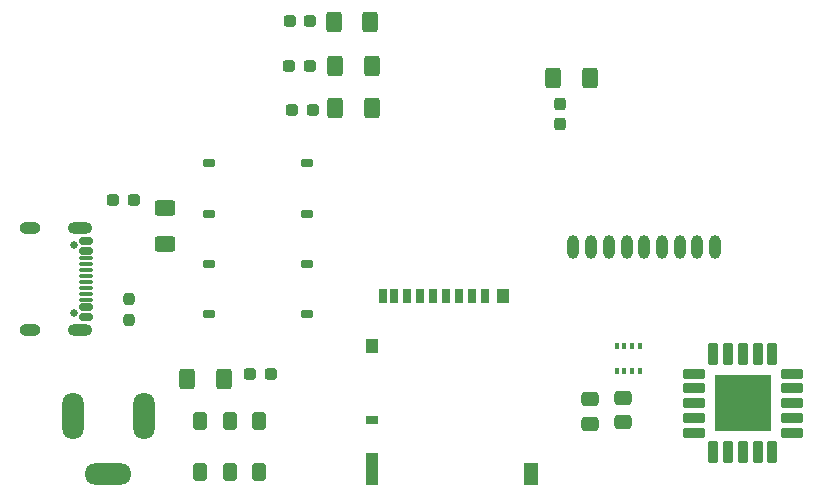
<source format=gts>
%TF.GenerationSoftware,KiCad,Pcbnew,8.0.6*%
%TF.CreationDate,2024-11-09T23:45:23+09:00*%
%TF.ProjectId,PCB,5043422e-6b69-4636-9164-5f7063625858,rev?*%
%TF.SameCoordinates,Original*%
%TF.FileFunction,Soldermask,Top*%
%TF.FilePolarity,Negative*%
%FSLAX46Y46*%
G04 Gerber Fmt 4.6, Leading zero omitted, Abs format (unit mm)*
G04 Created by KiCad (PCBNEW 8.0.6) date 2024-11-09 23:45:23*
%MOMM*%
%LPD*%
G01*
G04 APERTURE LIST*
G04 Aperture macros list*
%AMRoundRect*
0 Rectangle with rounded corners*
0 $1 Rounding radius*
0 $2 $3 $4 $5 $6 $7 $8 $9 X,Y pos of 4 corners*
0 Add a 4 corners polygon primitive as box body*
4,1,4,$2,$3,$4,$5,$6,$7,$8,$9,$2,$3,0*
0 Add four circle primitives for the rounded corners*
1,1,$1+$1,$2,$3*
1,1,$1+$1,$4,$5*
1,1,$1+$1,$6,$7*
1,1,$1+$1,$8,$9*
0 Add four rect primitives between the rounded corners*
20,1,$1+$1,$2,$3,$4,$5,0*
20,1,$1+$1,$4,$5,$6,$7,0*
20,1,$1+$1,$6,$7,$8,$9,0*
20,1,$1+$1,$8,$9,$2,$3,0*%
G04 Aperture macros list end*
%ADD10RoundRect,0.300000X0.300000X0.450000X-0.300000X0.450000X-0.300000X-0.450000X0.300000X-0.450000X0*%
%ADD11RoundRect,0.250000X0.400000X0.625000X-0.400000X0.625000X-0.400000X-0.625000X0.400000X-0.625000X0*%
%ADD12RoundRect,0.250000X-0.400000X-0.625000X0.400000X-0.625000X0.400000X0.625000X-0.400000X0.625000X0*%
%ADD13RoundRect,0.212500X0.737500X0.212500X-0.737500X0.212500X-0.737500X-0.212500X0.737500X-0.212500X0*%
%ADD14RoundRect,0.212500X0.212500X0.737500X-0.212500X0.737500X-0.212500X-0.737500X0.212500X-0.737500X0*%
%ADD15R,4.800000X4.800000*%
%ADD16O,1.000000X2.000000*%
%ADD17RoundRect,0.250000X-0.475000X0.337500X-0.475000X-0.337500X0.475000X-0.337500X0.475000X0.337500X0*%
%ADD18RoundRect,0.237500X-0.287500X-0.237500X0.287500X-0.237500X0.287500X0.237500X-0.287500X0.237500X0*%
%ADD19RoundRect,0.162500X-0.362500X-0.162500X0.362500X-0.162500X0.362500X0.162500X-0.362500X0.162500X0*%
%ADD20RoundRect,0.237500X0.287500X0.237500X-0.287500X0.237500X-0.287500X-0.237500X0.287500X-0.237500X0*%
%ADD21R,0.700000X1.200000*%
%ADD22R,1.000000X0.800000*%
%ADD23R,1.000000X1.200000*%
%ADD24R,1.000000X2.800000*%
%ADD25R,1.300000X1.900000*%
%ADD26RoundRect,0.250000X-0.625000X0.400000X-0.625000X-0.400000X0.625000X-0.400000X0.625000X0.400000X0*%
%ADD27RoundRect,0.237500X-0.237500X0.250000X-0.237500X-0.250000X0.237500X-0.250000X0.237500X0.250000X0*%
%ADD28O,1.800000X4.000000*%
%ADD29O,4.000000X1.800000*%
%ADD30RoundRect,0.237500X-0.237500X0.300000X-0.237500X-0.300000X0.237500X-0.300000X0.237500X0.300000X0*%
%ADD31R,0.350000X0.500000*%
%ADD32C,0.650000*%
%ADD33RoundRect,0.150000X-0.425000X0.150000X-0.425000X-0.150000X0.425000X-0.150000X0.425000X0.150000X0*%
%ADD34RoundRect,0.075000X-0.500000X0.075000X-0.500000X-0.075000X0.500000X-0.075000X0.500000X0.075000X0*%
%ADD35O,2.100000X1.000000*%
%ADD36O,1.800000X1.000000*%
G04 APERTURE END LIST*
D10*
%TO.C,SW1*%
X113000000Y-111800000D03*
X110500000Y-111800000D03*
X108000000Y-111800000D03*
X108000000Y-107500000D03*
X110500000Y-107500000D03*
X113000000Y-107500000D03*
%TD*%
D11*
%TO.C,R4*%
X110000000Y-104000000D03*
X106900000Y-104000000D03*
%TD*%
D12*
%TO.C,R14*%
X119300000Y-73700000D03*
X122400000Y-73700000D03*
%TD*%
D13*
%TO.C,U1*%
X158100000Y-108500000D03*
X158100000Y-107250000D03*
X158100000Y-106000000D03*
X158100000Y-104750000D03*
X158100000Y-103500000D03*
D14*
X156450000Y-101850000D03*
X155200000Y-101850000D03*
X153950000Y-101850000D03*
X152700000Y-101850000D03*
X151450000Y-101850000D03*
D13*
X149800000Y-103500000D03*
X149800000Y-104750000D03*
X149800000Y-106000000D03*
X149800000Y-107250000D03*
X149800000Y-108500000D03*
D14*
X151450000Y-110150000D03*
X152700000Y-110150000D03*
X153950000Y-110150000D03*
X155200000Y-110150000D03*
X156450000Y-110150000D03*
D15*
X153950000Y-106000000D03*
%TD*%
D16*
%TO.C,U6*%
X139600000Y-92775000D03*
X141100000Y-92775000D03*
X142600000Y-92775000D03*
X144100000Y-92775000D03*
X145600000Y-92775000D03*
X147100000Y-92775000D03*
X148600000Y-92775000D03*
X150100000Y-92775000D03*
X151600000Y-92775000D03*
%TD*%
D17*
%TO.C,C12*%
X141000000Y-105662500D03*
X141000000Y-107737500D03*
%TD*%
%TO.C,C11*%
X143800000Y-105562500D03*
X143800000Y-107637500D03*
%TD*%
D12*
%TO.C,R13*%
X119450000Y-81000000D03*
X122550000Y-81000000D03*
%TD*%
D18*
%TO.C,D6*%
X115525000Y-77500000D03*
X117275000Y-77500000D03*
%TD*%
D19*
%TO.C,SW2*%
X108700000Y-85700000D03*
X117000000Y-85700000D03*
X108700000Y-90000000D03*
X117000000Y-90000000D03*
%TD*%
D20*
%TO.C,D1*%
X114000000Y-103500000D03*
X112250000Y-103500000D03*
%TD*%
D18*
%TO.C,D5*%
X115575000Y-73650000D03*
X117325000Y-73650000D03*
%TD*%
D21*
%TO.C,J4*%
X132100000Y-96900000D03*
X131000000Y-96900000D03*
X129900000Y-96900000D03*
X128800000Y-96900000D03*
X127700000Y-96900000D03*
X126600000Y-96900000D03*
X125500000Y-96900000D03*
X124400000Y-96900000D03*
X123450000Y-96900000D03*
D22*
X122500000Y-107400000D03*
D23*
X122500000Y-101200000D03*
D24*
X122500000Y-111550000D03*
D23*
X133650000Y-96900000D03*
D25*
X136000000Y-112000000D03*
%TD*%
D26*
%TO.C,R5*%
X105000000Y-89450000D03*
X105000000Y-92550000D03*
%TD*%
D27*
%TO.C,R1*%
X102000000Y-97175000D03*
X102000000Y-99000000D03*
%TD*%
D18*
%TO.C,D2*%
X100620000Y-88790000D03*
X102370000Y-88790000D03*
%TD*%
D19*
%TO.C,SW3*%
X108700000Y-94200000D03*
X117000000Y-94200000D03*
X108700000Y-98500000D03*
X117000000Y-98500000D03*
%TD*%
D28*
%TO.C,J2*%
X103250000Y-107125000D03*
X97250000Y-107125000D03*
D29*
X100200000Y-112025000D03*
%TD*%
D12*
%TO.C,R9*%
X137900000Y-78500000D03*
X141000000Y-78500000D03*
%TD*%
D30*
%TO.C,C6*%
X138500000Y-80637500D03*
X138500000Y-82362500D03*
%TD*%
D12*
%TO.C,R15*%
X119450000Y-77450000D03*
X122550000Y-77450000D03*
%TD*%
D31*
%TO.C,U5*%
X143250000Y-101200000D03*
X143900000Y-101200000D03*
X144550000Y-101200000D03*
X145200000Y-101200000D03*
X145200000Y-103250000D03*
X144550000Y-103250000D03*
X143900000Y-103250000D03*
X143250000Y-103250000D03*
%TD*%
D32*
%TO.C,J1*%
X97285000Y-92600000D03*
X97285000Y-98380000D03*
D33*
X98360000Y-92290000D03*
X98360000Y-93090000D03*
D34*
X98360000Y-94240000D03*
X98360000Y-95240000D03*
X98360000Y-95740000D03*
X98360000Y-96740000D03*
D33*
X98360000Y-97890000D03*
X98360000Y-98690000D03*
X98360000Y-98690000D03*
X98360000Y-97890000D03*
D34*
X98360000Y-97240000D03*
X98360000Y-96240000D03*
X98360000Y-94740000D03*
X98360000Y-93740000D03*
D33*
X98360000Y-93090000D03*
X98360000Y-92290000D03*
D35*
X97785000Y-91170000D03*
D36*
X93605000Y-91170000D03*
D35*
X97785000Y-99810000D03*
D36*
X93605000Y-99810000D03*
%TD*%
D18*
%TO.C,D4*%
X115800000Y-81150000D03*
X117550000Y-81150000D03*
%TD*%
M02*

</source>
